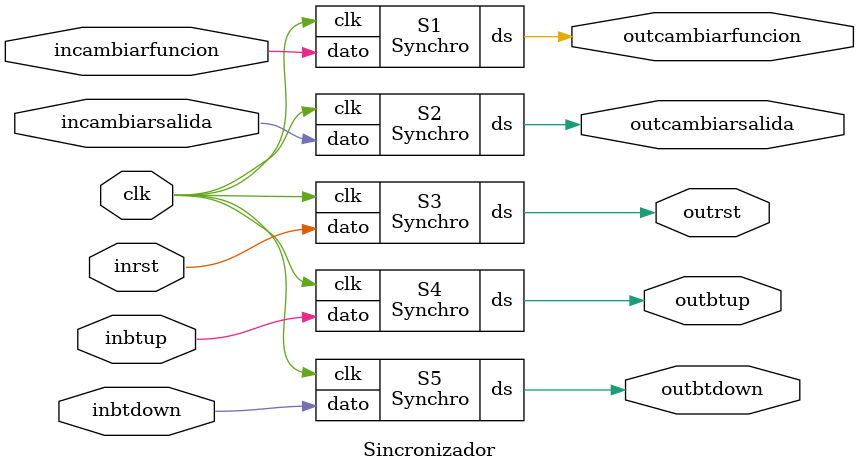
<source format=v>
module Synchro(dato, clk, ds);
input dato, clk;
output ds;

reg ds_reg;

always @(posedge clk) begin
    ds_reg <= dato;
end

assign ds = ds_reg;

endmodule

module Sincronizador(
    incambiarfuncion, incambiarsalida, inrst, inbtup, inbtdown, 
    outcambiarfuncion, outcambiarsalida, outrst, outbtup, outbtdown, clk
);
input incambiarfuncion, incambiarsalida, inrst, inbtup, inbtdown, clk;
output outcambiarfuncion, outcambiarsalida, outrst, outbtup, outbtdown;

Synchro S1 (
    .dato(incambiarfuncion), 
    .clk(clk), 
    .ds(outcambiarfuncion)
);
	 
Synchro S2 (
    .dato(incambiarsalida), 
    .clk(clk), 
    .ds(outcambiarsalida)
);
Synchro S3 (
    .dato(inrst), 
    .clk(clk), 
    .ds(outrst) 
);
Synchro S4 (
    .dato(inbtup), 
    .clk(clk), 
    .ds(outbtup)
);
Synchro S5 (
    .dato(inbtdown), 
    .clk(clk), 
    .ds(outbtdown)
);

endmodule
</source>
